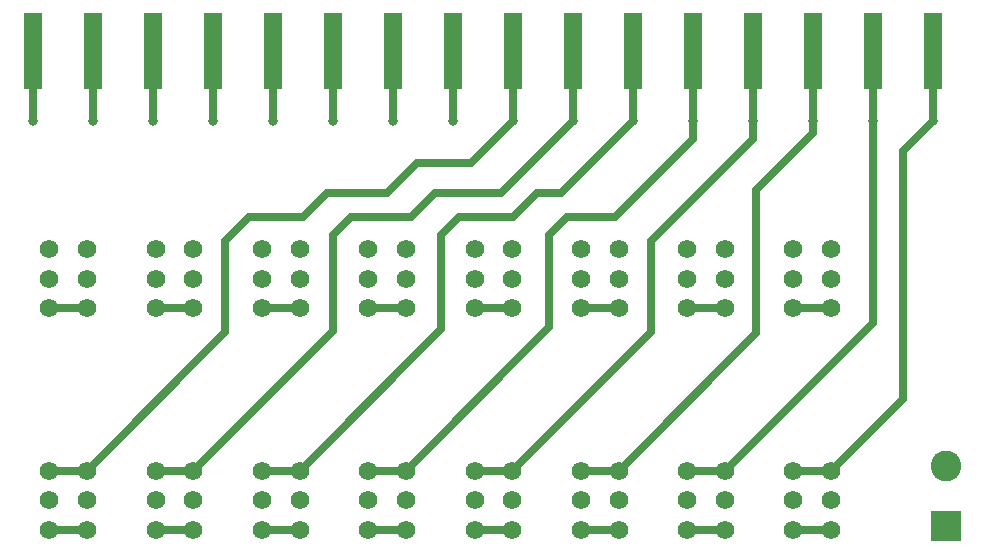
<source format=gbr>
%TF.GenerationSoftware,KiCad,Pcbnew,(6.0.10)*%
%TF.CreationDate,2023-01-13T11:07:09+01:00*%
%TF.ProjectId,SiemensSimaticS7ExpansionBoard,5369656d-656e-4735-9369-6d6174696353,rev?*%
%TF.SameCoordinates,Original*%
%TF.FileFunction,Copper,L2,Bot*%
%TF.FilePolarity,Positive*%
%FSLAX46Y46*%
G04 Gerber Fmt 4.6, Leading zero omitted, Abs format (unit mm)*
G04 Created by KiCad (PCBNEW (6.0.10)) date 2023-01-13 11:07:09*
%MOMM*%
%LPD*%
G01*
G04 APERTURE LIST*
%TA.AperFunction,ComponentPad*%
%ADD10C,1.562000*%
%TD*%
%TA.AperFunction,ComponentPad*%
%ADD11R,2.600000X2.600000*%
%TD*%
%TA.AperFunction,ComponentPad*%
%ADD12C,2.600000*%
%TD*%
%TA.AperFunction,SMDPad,CuDef*%
%ADD13R,1.600000X6.500000*%
%TD*%
%TA.AperFunction,ViaPad*%
%ADD14C,0.800000*%
%TD*%
%TA.AperFunction,Conductor*%
%ADD15C,0.700000*%
%TD*%
G04 APERTURE END LIST*
D10*
%TO.P,SW16,1,A*%
%TO.N,Net-(J2-Pad16)*%
X190990400Y-128208400D03*
X187790400Y-128208400D03*
%TO.P,SW16,2,B*%
%TO.N,VCC*%
X190990400Y-130708400D03*
X187790400Y-130708400D03*
%TO.P,SW16,3,C*%
%TO.N,unconnected-(SW16-Pad3)*%
X190990400Y-133208400D03*
X187790400Y-133208400D03*
%TD*%
%TO.P,SW15,1,A*%
%TO.N,Net-(J2-Pad15)*%
X181990400Y-128208400D03*
X178790400Y-128208400D03*
%TO.P,SW15,2,B*%
%TO.N,VCC*%
X181990400Y-130708400D03*
X178790400Y-130708400D03*
%TO.P,SW15,3,C*%
%TO.N,unconnected-(SW15-Pad3)*%
X181990400Y-133208400D03*
X178790400Y-133208400D03*
%TD*%
%TO.P,SW14,1,A*%
%TO.N,Net-(J2-Pad14)*%
X172990400Y-128208400D03*
X169790400Y-128208400D03*
%TO.P,SW14,2,B*%
%TO.N,VCC*%
X172990400Y-130708400D03*
X169790400Y-130708400D03*
%TO.P,SW14,3,C*%
%TO.N,unconnected-(SW14-Pad3)*%
X172990400Y-133208400D03*
X169790400Y-133208400D03*
%TD*%
%TO.P,SW13,1,A*%
%TO.N,Net-(J2-Pad13)*%
X163990400Y-128208400D03*
X160790400Y-128208400D03*
%TO.P,SW13,2,B*%
%TO.N,VCC*%
X163990400Y-130708400D03*
X160790400Y-130708400D03*
%TO.P,SW13,3,C*%
%TO.N,unconnected-(SW13-Pad3)*%
X163990400Y-133208400D03*
X160790400Y-133208400D03*
%TD*%
%TO.P,SW12,1,A*%
%TO.N,Net-(J2-Pad12)*%
X154990400Y-128208400D03*
X151790400Y-128208400D03*
%TO.P,SW12,2,B*%
%TO.N,VCC*%
X154990400Y-130708400D03*
X151790400Y-130708400D03*
%TO.P,SW12,3,C*%
%TO.N,unconnected-(SW12-Pad3)*%
X154990400Y-133208400D03*
X151790400Y-133208400D03*
%TD*%
%TO.P,SW11,1,A*%
%TO.N,Net-(J2-Pad11)*%
X145990400Y-128208400D03*
X142790400Y-128208400D03*
%TO.P,SW11,2,B*%
%TO.N,VCC*%
X145990400Y-130708400D03*
X142790400Y-130708400D03*
%TO.P,SW11,3,C*%
%TO.N,unconnected-(SW11-Pad3)*%
X145990400Y-133208400D03*
X142790400Y-133208400D03*
%TD*%
%TO.P,SW10,1,A*%
%TO.N,Net-(J2-Pad10)*%
X136990400Y-128208400D03*
X133790400Y-128208400D03*
%TO.P,SW10,2,B*%
%TO.N,VCC*%
X136990400Y-130708400D03*
X133790400Y-130708400D03*
%TO.P,SW10,3,C*%
%TO.N,unconnected-(SW10-Pad3)*%
X136990400Y-133208400D03*
X133790400Y-133208400D03*
%TD*%
%TO.P,SW9,1,A*%
%TO.N,Net-(J2-Pad9)*%
X127987600Y-128208400D03*
X124787600Y-128208400D03*
%TO.P,SW9,2,B*%
%TO.N,VCC*%
X127987600Y-130708400D03*
X124787600Y-130708400D03*
%TO.P,SW9,3,C*%
%TO.N,unconnected-(SW9-Pad3)*%
X127987600Y-133208400D03*
X124787600Y-133208400D03*
%TD*%
%TO.P,SW8,1,A*%
%TO.N,Net-(J2-Pad8)*%
X190990400Y-109463200D03*
X187790400Y-109463200D03*
%TO.P,SW8,2,B*%
%TO.N,VCC*%
X190990400Y-111963200D03*
X187790400Y-111963200D03*
%TO.P,SW8,3,C*%
%TO.N,unconnected-(SW8-Pad3)*%
X190990400Y-114463200D03*
X187790400Y-114463200D03*
%TD*%
%TO.P,SW7,1,A*%
%TO.N,Net-(J2-Pad7)*%
X181990400Y-109463200D03*
X178790400Y-109463200D03*
%TO.P,SW7,2,B*%
%TO.N,VCC*%
X181990400Y-111963200D03*
X178790400Y-111963200D03*
%TO.P,SW7,3,C*%
%TO.N,unconnected-(SW7-Pad3)*%
X181990400Y-114463200D03*
X178790400Y-114463200D03*
%TD*%
%TO.P,SW6,1,A*%
%TO.N,Net-(J2-Pad6)*%
X172990400Y-109463200D03*
X169790400Y-109463200D03*
%TO.P,SW6,2,B*%
%TO.N,VCC*%
X172990400Y-111963200D03*
X169790400Y-111963200D03*
%TO.P,SW6,3,C*%
%TO.N,unconnected-(SW6-Pad3)*%
X172990400Y-114463200D03*
X169790400Y-114463200D03*
%TD*%
%TO.P,SW5,1,A*%
%TO.N,Net-(J2-Pad5)*%
X163990400Y-109463200D03*
X160790400Y-109463200D03*
%TO.P,SW5,2,B*%
%TO.N,VCC*%
X163990400Y-111963200D03*
X160790400Y-111963200D03*
%TO.P,SW5,3,C*%
%TO.N,unconnected-(SW5-Pad3)*%
X163990400Y-114463200D03*
X160790400Y-114463200D03*
%TD*%
%TO.P,SW4,1,A*%
%TO.N,Net-(J2-Pad4)*%
X154990400Y-109463200D03*
X151790400Y-109463200D03*
%TO.P,SW4,2,B*%
%TO.N,VCC*%
X154990400Y-111963200D03*
X151790400Y-111963200D03*
%TO.P,SW4,3,C*%
%TO.N,unconnected-(SW4-Pad3)*%
X154990400Y-114463200D03*
X151790400Y-114463200D03*
%TD*%
%TO.P,SW3,1,A*%
%TO.N,Net-(J2-Pad3)*%
X145990400Y-109463200D03*
X142790400Y-109463200D03*
%TO.P,SW3,2,B*%
%TO.N,VCC*%
X145990400Y-111963200D03*
X142790400Y-111963200D03*
%TO.P,SW3,3,C*%
%TO.N,unconnected-(SW3-Pad3)*%
X145990400Y-114463200D03*
X142790400Y-114463200D03*
%TD*%
%TO.P,SW2,1,A*%
%TO.N,Net-(J2-Pad2)*%
X136990400Y-109463200D03*
X133790400Y-109463200D03*
%TO.P,SW2,2,B*%
%TO.N,VCC*%
X136990400Y-111963200D03*
X133790400Y-111963200D03*
%TO.P,SW2,3,C*%
%TO.N,unconnected-(SW2-Pad3)*%
X136990400Y-114463200D03*
X133790400Y-114463200D03*
%TD*%
%TO.P,SW1,1,A*%
%TO.N,Net-(J2-Pad1)*%
X127987600Y-109463200D03*
X124787600Y-109463200D03*
%TO.P,SW1,2,B*%
%TO.N,VCC*%
X127987600Y-111963200D03*
X124787600Y-111963200D03*
%TO.P,SW1,3,C*%
%TO.N,unconnected-(SW1-Pad3)*%
X127987600Y-114463200D03*
X124787600Y-114463200D03*
%TD*%
D11*
%TO.P,J1,1,Pin_1*%
%TO.N,VCC*%
X200685000Y-132915000D03*
D12*
%TO.P,J1,2,Pin_2*%
X200685000Y-127835000D03*
%TD*%
D13*
%TO.P,J2,1,Pin_1*%
%TO.N,Net-(J2-Pad1)*%
X123393200Y-92659200D03*
%TO.P,J2,2,Pin_2*%
%TO.N,Net-(J2-Pad2)*%
X128473200Y-92659200D03*
%TO.P,J2,3,Pin_3*%
%TO.N,Net-(J2-Pad3)*%
X133553200Y-92659200D03*
%TO.P,J2,4,Pin_4*%
%TO.N,Net-(J2-Pad4)*%
X138633200Y-92659200D03*
%TO.P,J2,5,Pin_5*%
%TO.N,Net-(J2-Pad5)*%
X143713200Y-92659200D03*
%TO.P,J2,6,Pin_6*%
%TO.N,Net-(J2-Pad6)*%
X148793200Y-92659200D03*
%TO.P,J2,7,Pin_7*%
%TO.N,Net-(J2-Pad7)*%
X153873200Y-92659200D03*
%TO.P,J2,8,Pin_8*%
%TO.N,Net-(J2-Pad8)*%
X158953200Y-92659200D03*
%TO.P,J2,9,Pin_9*%
%TO.N,Net-(J2-Pad9)*%
X164033200Y-92659200D03*
%TO.P,J2,10,Pin_10*%
%TO.N,Net-(J2-Pad10)*%
X169113200Y-92659200D03*
%TO.P,J2,11,Pin_11*%
%TO.N,Net-(J2-Pad11)*%
X174193200Y-92659200D03*
%TO.P,J2,12,Pin_12*%
%TO.N,Net-(J2-Pad12)*%
X179273200Y-92659200D03*
%TO.P,J2,13,Pin_13*%
%TO.N,Net-(J2-Pad13)*%
X184353200Y-92659200D03*
%TO.P,J2,14,Pin_14*%
%TO.N,Net-(J2-Pad14)*%
X189433200Y-92659200D03*
%TO.P,J2,15,Pin_15*%
%TO.N,Net-(J2-Pad15)*%
X194513200Y-92659200D03*
%TO.P,J2,16,Pin_16*%
%TO.N,Net-(J2-Pad16)*%
X199593200Y-92659200D03*
%TD*%
D14*
%TO.N,Net-(J2-Pad9)*%
X164033200Y-98602800D03*
%TO.N,Net-(J2-Pad10)*%
X169113200Y-98602800D03*
%TO.N,Net-(J2-Pad11)*%
X174193200Y-98602800D03*
%TO.N,Net-(J2-Pad16)*%
X199593200Y-98602800D03*
%TO.N,Net-(J2-Pad15)*%
X194513200Y-98602800D03*
%TO.N,Net-(J2-Pad14)*%
X189433200Y-98602800D03*
%TO.N,Net-(J2-Pad13)*%
X184353200Y-98602800D03*
%TO.N,Net-(J2-Pad12)*%
X179273200Y-98602800D03*
%TO.N,Net-(J2-Pad8)*%
X159004000Y-98552000D03*
%TO.N,Net-(J2-Pad7)*%
X153873200Y-98602800D03*
%TO.N,Net-(J2-Pad6)*%
X148793200Y-98602800D03*
%TO.N,Net-(J2-Pad5)*%
X143713200Y-98602800D03*
%TO.N,Net-(J2-Pad4)*%
X138633200Y-98602800D03*
%TO.N,Net-(J2-Pad3)*%
X133553200Y-98602800D03*
%TO.N,Net-(J2-Pad2)*%
X128473200Y-98602800D03*
%TO.N,Net-(J2-Pad1)*%
X123393200Y-98602800D03*
%TD*%
D15*
%TO.N,Net-(J2-Pad9)*%
X146304000Y-106680000D02*
X141732000Y-106680000D01*
X139700000Y-108712000D02*
X139700000Y-116496000D01*
X139700000Y-116496000D02*
X127987600Y-128208400D01*
X153416000Y-104648000D02*
X148336000Y-104648000D01*
X148336000Y-104648000D02*
X146304000Y-106680000D01*
X141732000Y-106680000D02*
X139700000Y-108712000D01*
X155956000Y-102108000D02*
X153416000Y-104648000D01*
X164033200Y-98602800D02*
X160528000Y-102108000D01*
X160528000Y-102108000D02*
X155956000Y-102108000D01*
%TO.N,Net-(J2-Pad10)*%
X169113200Y-98602800D02*
X163068000Y-104648000D01*
X157480000Y-104648000D02*
X155448000Y-106680000D01*
X150368000Y-106680000D02*
X148844000Y-108204000D01*
X155448000Y-106680000D02*
X150368000Y-106680000D01*
X148844000Y-108204000D02*
X148844000Y-116354800D01*
X148844000Y-116354800D02*
X136990400Y-128208400D01*
X163068000Y-104648000D02*
X157480000Y-104648000D01*
%TO.N,Net-(J2-Pad11)*%
X145990400Y-128208400D02*
X157988000Y-116210800D01*
X157988000Y-108204000D02*
X159512000Y-106680000D01*
X157988000Y-116210800D02*
X157988000Y-108204000D01*
X159512000Y-106680000D02*
X164084000Y-106680000D01*
X164084000Y-106680000D02*
X166116000Y-104648000D01*
X166116000Y-104648000D02*
X168148000Y-104648000D01*
X168148000Y-104648000D02*
X174193200Y-98602800D01*
%TO.N,Net-(J2-Pad9)*%
X164033200Y-92659200D02*
X164033200Y-98602800D01*
%TO.N,Net-(J2-Pad10)*%
X169113200Y-92659200D02*
X169113200Y-98602800D01*
%TO.N,Net-(J2-Pad12)*%
X179273200Y-100126800D02*
X179273200Y-98602800D01*
X172720000Y-106680000D02*
X179273200Y-100126800D01*
X168656000Y-106680000D02*
X172720000Y-106680000D01*
X167132000Y-108204000D02*
X168656000Y-106680000D01*
X167132000Y-116066800D02*
X167132000Y-108204000D01*
X154990400Y-128208400D02*
X167132000Y-116066800D01*
%TO.N,Net-(J2-Pad16)*%
X197104000Y-122094800D02*
X190990400Y-128208400D01*
X197104000Y-101092000D02*
X197104000Y-122094800D01*
X199593200Y-98602800D02*
X197104000Y-101092000D01*
%TO.N,Net-(J2-Pad15)*%
X194513200Y-115685600D02*
X181990400Y-128208400D01*
X194513200Y-98602800D02*
X194513200Y-115685600D01*
%TO.N,Net-(J2-Pad13)*%
X175768000Y-116430800D02*
X163990400Y-128208400D01*
X175768000Y-108712000D02*
X175768000Y-116430800D01*
X184353200Y-100126800D02*
X175768000Y-108712000D01*
X184353200Y-98602800D02*
X184353200Y-100126800D01*
%TO.N,Net-(J2-Pad14)*%
X184658000Y-116540800D02*
X172990400Y-128208400D01*
X189433200Y-99618800D02*
X184658000Y-104394000D01*
X184658000Y-104394000D02*
X184658000Y-116540800D01*
X189433200Y-98602800D02*
X189433200Y-99618800D01*
%TO.N,Net-(J2-Pad11)*%
X174193200Y-92659200D02*
X174193200Y-98602800D01*
%TO.N,Net-(J2-Pad1)*%
X123393200Y-98602800D02*
X123393200Y-92659200D01*
%TO.N,Net-(J2-Pad2)*%
X128473200Y-98602800D02*
X128473200Y-92659200D01*
%TO.N,Net-(J2-Pad3)*%
X133553200Y-98602800D02*
X133553200Y-92659200D01*
%TO.N,Net-(J2-Pad4)*%
X138633200Y-98602800D02*
X138633200Y-92659200D01*
%TO.N,Net-(J2-Pad5)*%
X143713200Y-98602800D02*
X143713200Y-92659200D01*
%TO.N,Net-(J2-Pad6)*%
X148793200Y-98602800D02*
X148793200Y-92659200D01*
%TO.N,Net-(J2-Pad7)*%
X153873200Y-98602800D02*
X153873200Y-92659200D01*
%TO.N,Net-(J2-Pad8)*%
X159004000Y-92710000D02*
X158953200Y-92659200D01*
X159004000Y-98552000D02*
X159004000Y-92710000D01*
%TO.N,Net-(J2-Pad12)*%
X179273200Y-92659200D02*
X179273200Y-98602800D01*
%TO.N,Net-(J2-Pad13)*%
X184353200Y-92659200D02*
X184353200Y-98602800D01*
%TO.N,Net-(J2-Pad14)*%
X189433200Y-92659200D02*
X189433200Y-98602800D01*
%TO.N,Net-(J2-Pad15)*%
X194513200Y-98602800D02*
X194513200Y-92659200D01*
%TO.N,Net-(J2-Pad16)*%
X199593200Y-92659200D02*
X199593200Y-98602800D01*
X187790400Y-128208400D02*
X190990400Y-128208400D01*
%TO.N,Net-(J2-Pad15)*%
X178790400Y-128208400D02*
X181990400Y-128208400D01*
%TO.N,Net-(J2-Pad14)*%
X169790400Y-128208400D02*
X172990400Y-128208400D01*
%TO.N,Net-(J2-Pad13)*%
X160790400Y-128208400D02*
X163990400Y-128208400D01*
%TO.N,Net-(J2-Pad12)*%
X151790400Y-128208400D02*
X154990400Y-128208400D01*
%TO.N,Net-(J2-Pad11)*%
X142790400Y-128208400D02*
X145990400Y-128208400D01*
%TO.N,Net-(J2-Pad10)*%
X133790400Y-128208400D02*
X136990400Y-128208400D01*
%TO.N,Net-(J2-Pad9)*%
X124787600Y-128208400D02*
X127987600Y-128208400D01*
%TO.N,unconnected-(SW8-Pad3)*%
X187790400Y-114463200D02*
X190990400Y-114463200D01*
%TO.N,unconnected-(SW7-Pad3)*%
X178790400Y-114463200D02*
X181990400Y-114463200D01*
%TO.N,unconnected-(SW6-Pad3)*%
X169790400Y-114463200D02*
X172990400Y-114463200D01*
%TO.N,unconnected-(SW5-Pad3)*%
X160790400Y-114463200D02*
X163990400Y-114463200D01*
%TO.N,unconnected-(SW4-Pad3)*%
X151790400Y-114463200D02*
X154990400Y-114463200D01*
%TO.N,unconnected-(SW3-Pad3)*%
X142790400Y-114463200D02*
X145990400Y-114463200D01*
%TO.N,unconnected-(SW2-Pad3)*%
X133790400Y-114463200D02*
X136990400Y-114463200D01*
%TO.N,unconnected-(SW1-Pad3)*%
X124787600Y-114463200D02*
X127987600Y-114463200D01*
%TO.N,unconnected-(SW16-Pad3)*%
X187790400Y-133208400D02*
X190990400Y-133208400D01*
%TO.N,unconnected-(SW15-Pad3)*%
X178790400Y-133208400D02*
X181990400Y-133208400D01*
%TO.N,unconnected-(SW14-Pad3)*%
X169790400Y-133208400D02*
X172990400Y-133208400D01*
%TO.N,unconnected-(SW13-Pad3)*%
X160790400Y-133208400D02*
X163990400Y-133208400D01*
%TO.N,unconnected-(SW12-Pad3)*%
X151790400Y-133208400D02*
X154990400Y-133208400D01*
%TO.N,unconnected-(SW11-Pad3)*%
X142790400Y-133208400D02*
X145990400Y-133208400D01*
%TO.N,unconnected-(SW10-Pad3)*%
X133790400Y-133208400D02*
X136990400Y-133208400D01*
%TO.N,unconnected-(SW9-Pad3)*%
X124787600Y-133208400D02*
X127987600Y-133208400D01*
%TD*%
M02*

</source>
